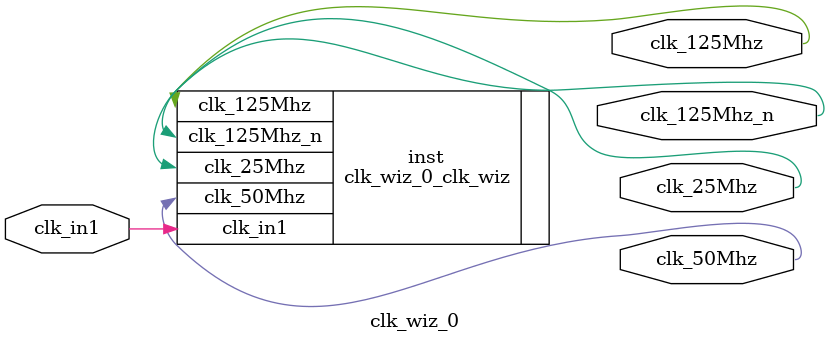
<source format=v>


`timescale 1ps/1ps

(* CORE_GENERATION_INFO = "clk_wiz_0,clk_wiz_v6_0_3_0_0,{component_name=clk_wiz_0,use_phase_alignment=true,use_min_o_jitter=false,use_max_i_jitter=false,use_dyn_phase_shift=false,use_inclk_switchover=false,use_dyn_reconfig=false,enable_axi=0,feedback_source=FDBK_AUTO,PRIMITIVE=MMCM,num_out_clk=4,clkin1_period=10.000,clkin2_period=10.000,use_power_down=false,use_reset=false,use_locked=false,use_inclk_stopped=false,feedback_type=SINGLE,CLOCK_MGR_TYPE=NA,manual_override=false}" *)

module clk_wiz_0 
 (
  // Clock out ports
  output        clk_125Mhz,
  output        clk_125Mhz_n,
  output        clk_50Mhz,
  output        clk_25Mhz,
 // Clock in ports
  input         clk_in1
 );

  clk_wiz_0_clk_wiz inst
  (
  // Clock out ports  
  .clk_125Mhz(clk_125Mhz),
  .clk_125Mhz_n(clk_125Mhz_n),
  .clk_50Mhz(clk_50Mhz),
  .clk_25Mhz(clk_25Mhz),
 // Clock in ports
  .clk_in1(clk_in1)
  );

endmodule

</source>
